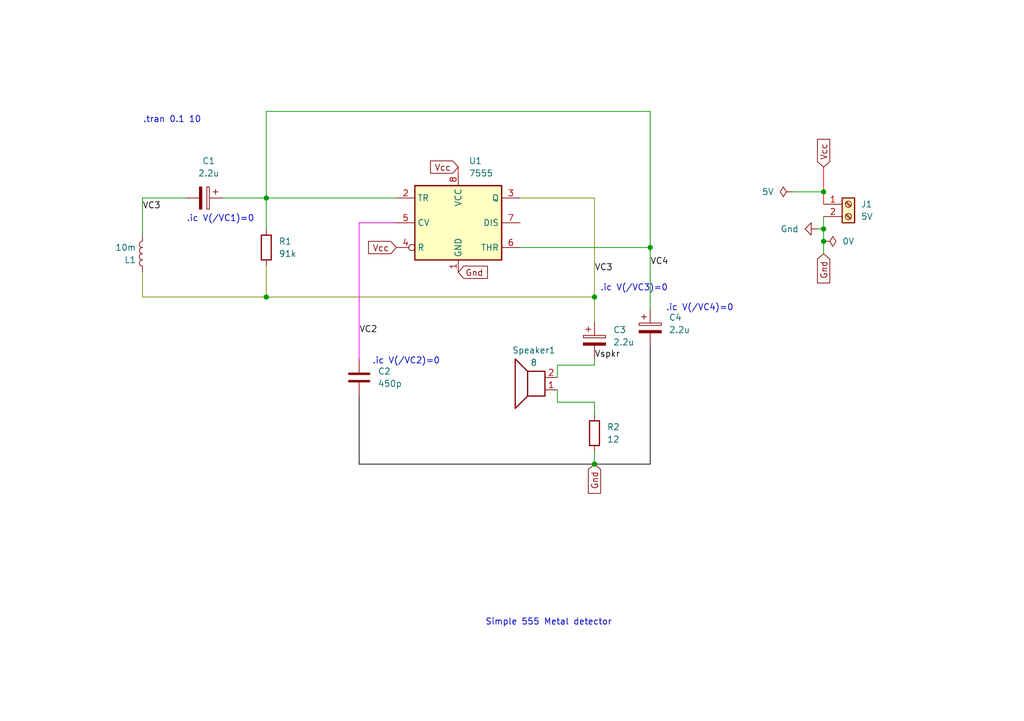
<source format=kicad_sch>
(kicad_sch (version 20250114) (generator "eeschema") (generator_version "9.0")
  (paper "A5")
  (lib_symbols
    (symbol "Connector:Screw_Terminal_01x02" (pin_names (offset 1.016) (hide yes))
      (property "Reference" "J" (at 0 2.54 0))
      (property "Value" "Screw_Terminal_01x02" (at 0 -5.08 0))
      (symbol "Screw_Terminal_01x02_1_1"
        (rectangle (start -1.27 1.27) (end 1.27 -3.81) (stroke (width 0.254)) (fill (type background)))
        (polyline (pts (xy -0.5334 0.3302) (xy 0.3302 -0.508)) (stroke (width 0.1524)))
        (polyline (pts (xy -0.5334 -2.2098) (xy 0.3302 -3.048)) (stroke (width 0.1524)))
        (polyline (pts (xy -0.3556 0.508) (xy 0.508 -0.3302)) (stroke (width 0.1524)))
        (polyline (pts (xy -0.3556 -2.032) (xy 0.508 -2.8702)) (stroke (width 0.1524)))
        (circle (center 0 0) (radius 0.635) (stroke (width 0.1524)))
        (circle (center 0 -2.54) (radius 0.635) (stroke (width 0.1524)))
        (pin passive line (at -5.08 0 0) (length 3.81) (name "Pin_1") (number "1"))
        (pin passive line (at -5.08 -2.54 0) (length 3.81) (name "Pin_2") (number "2"))
      )
    )
    (symbol "Device:C" (pin_numbers (hide yes)) (pin_names (offset 0.254))
      (property "Reference" "C" (at 0.635 2.54 0))
      (property "Value" "C" (at 0.635 -2.54 0))
      (symbol "C_0_1"
        (polyline (pts (xy -2.032 0.762) (xy 2.032 0.762)) (stroke (width 0.508)))
        (polyline (pts (xy -2.032 -0.762) (xy 2.032 -0.762)) (stroke (width 0.508)))
      )
      (symbol "C_1_1"
        (pin passive line (at 0 3.81 270) (length 2.794) (name "~") (number "1"))
        (pin passive line (at 0 -3.81 90) (length 2.794) (name "~") (number "2"))
      )
    )
    (symbol "Device:C_Polarized" (pin_numbers (hide yes)) (pin_names (offset 0.254))
      (property "Reference" "C" (at 0.635 2.54 0))
      (property "Value" "C_Polarized" (at 0.635 -2.54 0))
      (symbol "C_Polarized_0_1"
        (rectangle (start -2.286 0.508) (end 2.286 1.016))
        (polyline (pts (xy -1.778 2.286) (xy -0.762 2.286)))
        (polyline (pts (xy -1.27 2.794) (xy -1.27 1.778)))
        (rectangle (start 2.286 -0.508) (end -2.286 -1.016) (fill (type outline)))
      )
      (symbol "C_Polarized_1_1"
        (pin passive line (at 0 3.81 270) (length 2.794) (name "~") (number "1"))
        (pin passive line (at 0 -3.81 90) (length 2.794) (name "~") (number "2"))
      )
    )
    (symbol "Device:L" (pin_numbers (hide yes)) (pin_names (offset 1.016) (hide yes))
      (property "Reference" "L" (at -1.27 0 90))
      (property "Value" "L" (at 1.905 0 90))
      (symbol "L_0_1"
        (arc (start 0 2.54) (mid 0.6323 1.905) (end 0 1.27))
        (arc (start 0 1.27) (mid 0.6323 0.635) (end 0 0))
        (arc (start 0 0) (mid 0.6323 -0.635) (end 0 -1.27))
        (arc (start 0 -1.27) (mid 0.6323 -1.905) (end 0 -2.54))
      )
      (symbol "L_1_1"
        (pin passive line (at 0 3.81 270) (length 1.27) (name "1") (number "1"))
        (pin passive line (at 0 -3.81 90) (length 1.27) (name "2") (number "2"))
      )
    )
    (symbol "Device:R" (pin_numbers (hide yes)) (pin_names (offset 0))
      (property "Reference" "R" (at 2.032 0 90))
      (property "Value" "R" (at 0 0 90))
      (symbol "R_0_1"
        (rectangle (start -1.016 -2.54) (end 1.016 2.54) (stroke (width 0.254)))
      )
      (symbol "R_1_1"
        (pin passive line (at 0 3.81 270) (length 1.27) (name "~") (number "1"))
        (pin passive line (at 0 -3.81 90) (length 1.27) (name "~") (number "2"))
      )
    )
    (symbol "Device:Speaker" (pin_names (offset 0) (hide yes))
      (property "Reference" "LS" (at 1.27 5.715 0))
      (property "Value" "Speaker" (at 1.27 3.81 0))
      (symbol "Speaker_0_0"
        (rectangle (start -2.54 1.27) (end 1.016 -3.81) (stroke (width 0.254)))
        (polyline (pts (xy 1.016 1.27) (xy 3.556 3.81) (xy 3.556 -6.35) (xy 1.016 -3.81)) (stroke (width 0.254)))
      )
      (symbol "Speaker_1_1"
        (pin input line (at -5.08 0 0) (length 2.54) (name "1") (number "1"))
        (pin input line (at -5.08 -2.54 0) (length 2.54) (name "2") (number "2"))
      )
    )
    (symbol "Timer:LM555xN"
      (property "Reference" "U" (at -10.16 8.89 0))
      (property "Value" "LM555xN" (at 2.54 8.89 0))
      (symbol "LM555xN_0_0"
        (pin power_in line (at 0 10.16 270) (length 2.54) (name "VCC") (number "8"))
        (pin power_in line (at 0 -10.16 90) (length 2.54) (name "GND") (number "1"))
      )
      (symbol "LM555xN_0_1"
        (rectangle (start -8.89 -7.62) (end 8.89 7.62) (stroke (width 0.254)) (fill (type background)))
        (rectangle (start -8.89 -7.62) (end 8.89 7.62) (stroke (width 0.254)) (fill (type background)))
      )
      (symbol "LM555xN_1_1"
        (pin input line (at -12.7 5.08 0) (length 3.81) (name "TR") (number "2"))
        (pin input line (at -12.7 0 0) (length 3.81) (name "CV") (number "5"))
        (pin input inverted (at -12.7 -5.08 0) (length 3.81) (name "R") (number "4"))
        (pin output line (at 12.7 5.08 180) (length 3.81) (name "Q") (number "3"))
        (pin input line (at 12.7 0 180) (length 3.81) (name "DIS") (number "7"))
        (pin input line (at 12.7 -5.08 180) (length 3.81) (name "THR") (number "6"))
      )
    )
    (symbol "power:GND" (power) (pin_numbers (hide yes)) (pin_names (offset 0) (hide yes))
      (property "Value" "GND" (at 0 -3.81 0))
      (symbol "GND_0_1"
        (polyline (pts (xy 0 0) (xy 0 -1.27) (xy 1.27 -1.27) (xy 0 -2.54) (xy -1.27 -1.27) (xy 0 -1.27)))
      )
      (symbol "GND_1_1"
        (pin power_in line (at 0 0 270) (length 0) (name "~") (number "1"))
      )
    )
    (symbol "power:PWR_FLAG" (power) (pin_numbers (hide yes)) (pin_names (offset 0) (hide yes))
      (property "Value" "PWR_FLAG" (at 0 3.81 0))
      (symbol "PWR_FLAG_0_0"
        (pin power_out line (at 0 0 90) (length 0) (name "~") (number "1"))
      )
      (symbol "PWR_FLAG_0_1"
        (polyline (pts (xy 0 0) (xy 0 1.27) (xy -1.016 1.905) (xy 0 2.54) (xy 1.016 1.905) (xy 0 1.27)))
      )
    )
  )
  (text ".tran 0.1 10" (at 35.306 24.638 0) (effects (font (size 1.27 1.27))))
  (text ".ic V(/VC3)=0" (at 130.048 59.182 0) (effects (font (size 1.27 1.27))))
  (text ".ic V(/VC4)=0" (at 143.51 63.246 0) (effects (font (size 1.27 1.27))))
  (text "Simple 555 Metal detector" (at 112.522 127.762 0) (effects (font (size 1.27 1.27))))
  (text ".ic V(/VC1)=0" (at 45.212 44.958 0) (effects (font (size 1.27 1.27))))
  (text ".ic V(/VC2)=0" (at 83.312 74.168 0) (effects (font (size 1.27 1.27))))
  (junction (at 133.35 50.8))
  (junction (at 54.61 40.64))
  (junction (at 54.61 60.96))
  (junction (at 168.91 49.53))
  (junction (at 121.92 95.25))
  (junction (at 168.91 46.99))
  (junction (at 168.91 39.37))
  (junction (at 121.92 60.96))
  (wire (pts (xy 121.92 82.55) (xy 114.3 82.55)))
  (wire (pts (xy 121.92 40.64) (xy 121.92 60.96)) (stroke (width 0) (color 132 132 0 1)))
  (wire (pts (xy 114.3 74.93) (xy 114.3 77.47)))
  (wire (pts (xy 121.92 92.71) (xy 121.92 95.25)))
  (wire (pts (xy 73.66 45.72) (xy 73.66 73.66)) (stroke (width 0) (color 255 0 255 1)))
  (wire (pts (xy 133.35 22.86) (xy 54.61 22.86)))
  (wire (pts (xy 121.92 95.25) (xy 133.35 95.25)) (stroke (width 0) (color 0 0 0 1)))
  (wire (pts (xy 168.91 46.99) (xy 168.91 49.53)))
  (wire (pts (xy 121.92 60.96) (xy 54.61 60.96)) (stroke (width 0) (color 132 132 0 1)))
  (wire (pts (xy 54.61 40.64) (xy 81.28 40.64)))
  (wire (pts (xy 54.61 54.61) (xy 54.61 60.96)) (stroke (width 0) (color 132 132 0 1)))
  (wire (pts (xy 121.92 73.66) (xy 121.92 74.93)))
  (wire (pts (xy 168.91 44.45) (xy 168.91 46.99)))
  (wire (pts (xy 133.35 50.8) (xy 133.35 22.86)))
  (wire (pts (xy 29.21 48.26) (xy 29.21 40.64)))
  (wire (pts (xy 106.68 50.8) (xy 133.35 50.8)))
  (wire (pts (xy 73.66 81.28) (xy 73.66 95.25)) (stroke (width 0) (color 0 0 0 1)))
  (wire (pts (xy 133.35 50.8) (xy 133.35 63.5)))
  (wire (pts (xy 167.64 46.99) (xy 168.91 46.99)))
  (wire (pts (xy 114.3 82.55) (xy 114.3 80.01)))
  (wire (pts (xy 168.91 41.91) (xy 168.91 39.37)) (stroke (width 0) (color 255 0 0 1)))
  (wire (pts (xy 29.21 55.88) (xy 29.21 60.96)) (stroke (width 0) (color 132 132 0 1)))
  (wire (pts (xy 121.92 82.55) (xy 121.92 85.09)))
  (wire (pts (xy 45.72 40.64) (xy 54.61 40.64)))
  (wire (pts (xy 121.92 74.93) (xy 114.3 74.93)))
  (wire (pts (xy 106.68 40.64) (xy 121.92 40.64)) (stroke (width 0) (color 132 132 0 1)))
  (wire (pts (xy 162.56 39.37) (xy 168.91 39.37)))
  (wire (pts (xy 29.21 40.64) (xy 38.1 40.64)))
  (wire (pts (xy 54.61 22.86) (xy 54.61 40.64)))
  (wire (pts (xy 93.98 34.29) (xy 93.98 35.56)) (stroke (width 0) (color 255 0 0 1)))
  (wire (pts (xy 168.91 34.29) (xy 168.91 39.37)) (stroke (width 0) (color 255 0 0 1)))
  (wire (pts (xy 133.35 71.12) (xy 133.35 95.25)) (stroke (width 0) (color 0 0 0 1)))
  (wire (pts (xy 29.21 60.96) (xy 54.61 60.96)) (stroke (width 0) (color 132 132 0 1)))
  (wire (pts (xy 54.61 46.99) (xy 54.61 40.64)))
  (wire (pts (xy 168.91 49.53) (xy 168.91 52.07)))
  (wire (pts (xy 121.92 60.96) (xy 121.92 66.04)) (stroke (width 0) (color 132 132 0 1)))
  (wire (pts (xy 73.66 45.72) (xy 81.28 45.72)) (stroke (width 0) (color 194 0 194 1)))
  (wire (pts (xy 73.66 95.25) (xy 121.92 95.25)) (stroke (width 0) (color 0 0 0 1)))
  (label "VC4" (at 133.35 54.61 0))
  (label "VC3" (at 29.21 43.18 0))
  (label "VC3" (at 121.92 55.88 0))
  (label "VC2" (at 73.66 68.58 0))
  (label "Vspkr" (at 121.92 73.66 0))
  (global_label "Vcc" (shape input) (at 93.98 34.29 180) (property "Intersheetrefs" "${INTERSHEET_REFS}" (effects (hide yes))))
  (global_label "Gnd" (shape input) (at 121.92 95.25 270) (property "Intersheetrefs" "${INTERSHEET_REFS}" (effects (hide yes))))
  (global_label "Gnd" (shape input) (at 93.98 55.88 0) (property "Intersheetrefs" "${INTERSHEET_REFS}" (effects (hide yes))))
  (global_label "Vcc" (shape input) (at 81.28 50.8 180) (property "Intersheetrefs" "${INTERSHEET_REFS}" (effects (hide yes))))
  (global_label "Vcc" (shape input) (at 168.91 34.29 90) (property "Intersheetrefs" "${INTERSHEET_REFS}" (effects (hide yes))))
  (global_label "Gnd" (shape input) (at 168.91 52.07 270) (property "Intersheetrefs" "${INTERSHEET_REFS}" (effects (hide yes))))
  (symbol (lib_id "Timer:LM555xN") (at 93.98 45.72 0) (unit 1)
    (property "Reference" "U1" (at 96.1233 33.02 0) (effects (justify left)))
    (property "Value" "7555" (at 96.1233 35.56 0) (effects (justify left)))
    (property "Footprint" "Package_DIP:DIP-8_W7.62mm" (effects (hide yes)))
    (property "Datasheet" "http://www.ti.com/lit/ds/symlink/lm555.pdf" (effects (hide yes)))
    (property "Description" "Timer, 555 compatible, PDIP-8" (effects (hide yes)))
    (property "Sim.Library" "/home/kjetil/kicad/TLC555.lib" (effects (hide yes)))
    (property "Sim.Name" "TLC555" (effects (hide yes)))
    (property "Sim.Device" "SUBCKT" (effects (hide yes)))
    (property "Sim.Pins" "1=1 2=2 3=3 4=4 5=5 6=6 7=7 8=8" (effects (hide yes)))
  )
  (symbol (lib_id "Device:R") (at 54.61 50.8 0) (unit 1)
    (property "Reference" "R1" (at 57.15 49.5299 0) (effects (justify left)))
    (property "Value" "91k" (at 57.15 52.0699 0) (effects (justify left)))
    (property "Footprint" "Resistor_THT:R_Axial_DIN0204_L3.6mm_D1.6mm_P2.54mm_Vertical" (effects (hide yes)))
    (property "Description" "Resistor" (effects (hide yes)))
  )
  (symbol (lib_id "Connector:Screw_Terminal_01x02") (at 173.99 41.91 0) (unit 1)
    (property "Reference" "J1" (at 176.53 41.9099 0) (effects (justify left)))
    (property "Value" "5V" (at 176.53 44.4499 0) (effects (justify left)))
    (property "Footprint" "TerminalBlock:TerminalBlock_Xinya_XY308-2.54-2P_1x02_P2.54mm_Horizontal" (effects (hide yes)))
    (property "Description" "Generic screw terminal, single row, 01x02, script generated (kicad-library-utils/schlib/autogen/connector/)" (effects (hide yes)))
    (property "Sim.Device" "V" (effects (hide yes)))
    (property "Sim.Type" "DC" (effects (hide yes)))
    (property "Sim.Pins" "1=+ 2=-" (effects (hide yes)))
  )
  (symbol (lib_id "Device:L") (at 29.21 52.07 180) (unit 1)
    (property "Reference" "L1" (at 27.94 53.3401 0) (effects (justify left)))
    (property "Value" "10m" (at 27.94 50.8001 0) (effects (justify left)))
    (property "Footprint" "Inductor_THT:L_Axial_L5.3mm_D2.2mm_P2.54mm_Vertical_Vishay_IM-1" (effects (hide yes)))
    (property "Description" "Inductor" (effects (hide yes)))
  )
  (symbol (lib_id "power:PWR_FLAG") (at 168.91 49.53 270) (unit 1)
    (property "Reference" "#FLG02" (effects (hide yes)))
    (property "Value" "0V" (at 172.72 49.5299 90) (effects (justify left)))
    (property "Description" "Special symbol for telling ERC where power comes from" (effects (hide yes)))
  )
  (symbol (lib_id "Device:C_Polarized") (at 41.91 40.64 270) (unit 1)
    (property "Reference" "C1" (at 42.799 33.02 90))
    (property "Value" "2.2u" (at 42.799 35.56 90))
    (property "Footprint" "Capacitor_THT:CP_Axial_L18.0mm_D6.5mm_P25.00mm_Horizontal" (effects (hide yes)))
    (property "Description" "Polarized capacitor" (effects (hide yes)))
  )
  (symbol (lib_id "Device:C_Polarized") (at 133.35 67.31 0) (unit 1)
    (property "Reference" "C4" (at 137.16 65.1509 0) (effects (justify left)))
    (property "Value" "2.2u" (at 137.16 67.6909 0) (effects (justify left)))
    (property "Footprint" "Capacitor_THT:CP_Axial_L18.0mm_D6.5mm_P25.00mm_Horizontal" (effects (hide yes)))
    (property "Description" "Polarized capacitor" (effects (hide yes)))
  )
  (symbol (lib_id "power:PWR_FLAG") (at 162.56 39.37 90) (unit 1)
    (property "Reference" "#FLG01" (effects (hide yes)))
    (property "Value" "5V" (at 158.75 39.3699 90) (effects (justify left)))
    (property "Description" "Special symbol for telling ERC where power comes from" (effects (hide yes)))
  )
  (symbol (lib_id "Device:C") (at 73.66 77.47 0) (unit 1)
    (property "Reference" "C2" (at 77.47 76.1999 0) (effects (justify left)))
    (property "Value" "450p" (at 77.47 78.7399 0) (effects (justify left)))
    (property "Footprint" "Capacitor_THT:CP_Axial_L18.0mm_D6.5mm_P25.00mm_Horizontal" (effects (hide yes)))
    (property "Description" "Unpolarized capacitor" (effects (hide yes)))
  )
  (symbol (lib_id "power:GND") (at 167.64 46.99 270) (unit 1)
    (property "Reference" "#PWR01" (effects (hide yes)))
    (property "Value" "Gnd" (at 163.83 46.9899 90) (effects (justify right)))
    (property "Description" "Power symbol creates a global label with name \"GND\" , ground" (effects (hide yes)))
  )
  (symbol (lib_id "Device:R") (at 121.92 88.9 0) (unit 1)
    (property "Reference" "R2" (at 124.46 87.6299 0) (effects (justify left)))
    (property "Value" "12" (at 124.46 90.1699 0) (effects (justify left)))
    (property "Footprint" "Resistor_THT:R_Axial_DIN0204_L3.6mm_D1.6mm_P2.54mm_Vertical" (effects (hide yes)))
    (property "Description" "Resistor" (effects (hide yes)))
  )
  (symbol (lib_id "Device:C_Polarized") (at 121.92 69.85 0) (unit 1)
    (property "Reference" "C3" (at 125.73 67.6909 0) (effects (justify left)))
    (property "Value" "2.2u" (at 125.73 70.2309 0) (effects (justify left)))
    (property "Footprint" "Capacitor_THT:CP_Axial_L18.0mm_D6.5mm_P25.00mm_Horizontal" (effects (hide yes)))
    (property "Description" "Polarized capacitor" (effects (hide yes)))
  )
  (symbol (lib_id "Device:Speaker") (at 109.22 80.01 180) (unit 1)
    (property "Reference" "Speaker1" (at 109.474 71.882 0))
    (property "Value" "8" (at 109.474 74.422 0))
    (property "Description" "Speaker" (effects (hide yes)))
    (property "Sim.Device" "R" (effects (hide yes)))
    (property "Sim.Pins" "1=+ 2=-" (effects (hide yes)))
    (property "Sim.Params" "r=8" (effects (hide yes)))
  )
)
</source>
